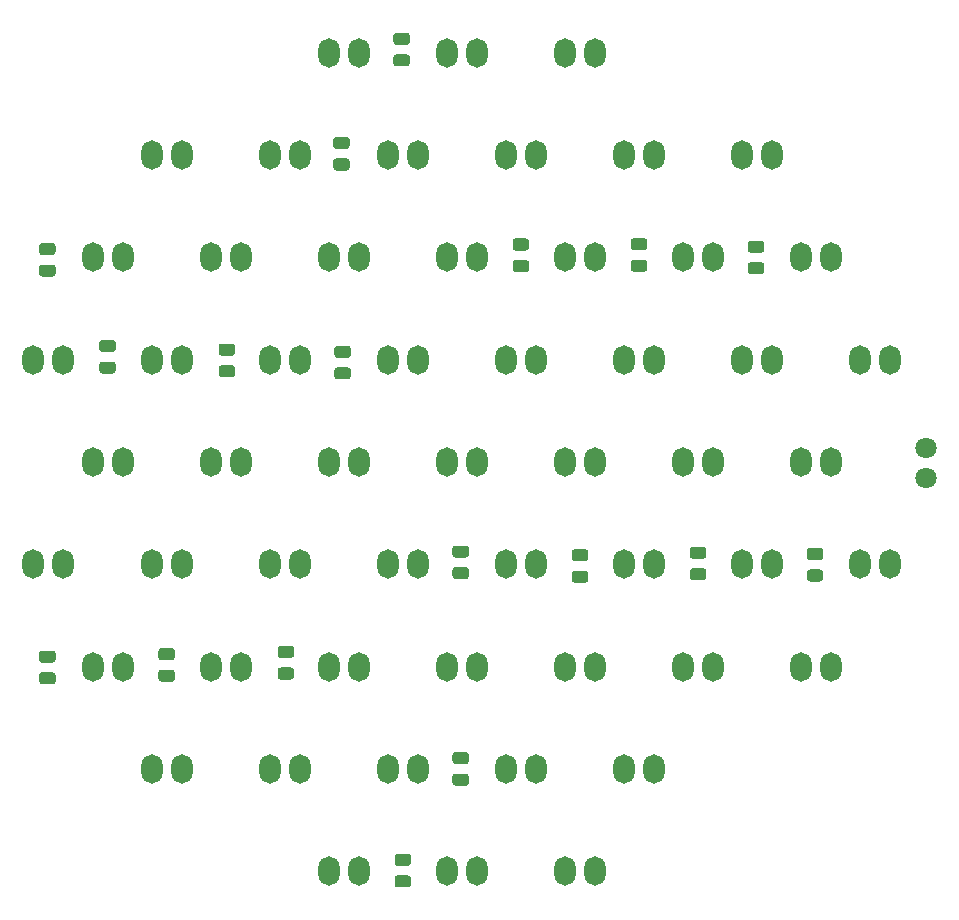
<source format=gbs>
G04 #@! TF.GenerationSoftware,KiCad,Pcbnew,(5.1.9)-1*
G04 #@! TF.CreationDate,2021-10-19T01:50:32-03:00*
G04 #@! TF.ProjectId,Blue_LED,426c7565-5f4c-4454-942e-6b696361645f,rev?*
G04 #@! TF.SameCoordinates,Original*
G04 #@! TF.FileFunction,Soldermask,Bot*
G04 #@! TF.FilePolarity,Negative*
%FSLAX46Y46*%
G04 Gerber Fmt 4.6, Leading zero omitted, Abs format (unit mm)*
G04 Created by KiCad (PCBNEW (5.1.9)-1) date 2021-10-19 01:50:32*
%MOMM*%
%LPD*%
G01*
G04 APERTURE LIST*
%ADD10C,1.800000*%
%ADD11O,1.800000X2.500000*%
G04 APERTURE END LIST*
D10*
X189300000Y-98850000D03*
X189300000Y-101350000D03*
G36*
G01*
X180350001Y-108300000D02*
X179449999Y-108300000D01*
G75*
G02*
X179200000Y-108050001I0J249999D01*
G01*
X179200000Y-107524999D01*
G75*
G02*
X179449999Y-107275000I249999J0D01*
G01*
X180350001Y-107275000D01*
G75*
G02*
X180600000Y-107524999I0J-249999D01*
G01*
X180600000Y-108050001D01*
G75*
G02*
X180350001Y-108300000I-249999J0D01*
G01*
G37*
G36*
G01*
X180350001Y-110125000D02*
X179449999Y-110125000D01*
G75*
G02*
X179200000Y-109875001I0J249999D01*
G01*
X179200000Y-109349999D01*
G75*
G02*
X179449999Y-109100000I249999J0D01*
G01*
X180350001Y-109100000D01*
G75*
G02*
X180600000Y-109349999I0J-249999D01*
G01*
X180600000Y-109875001D01*
G75*
G02*
X180350001Y-110125000I-249999J0D01*
G01*
G37*
G36*
G01*
X145450001Y-134200000D02*
X144549999Y-134200000D01*
G75*
G02*
X144300000Y-133950001I0J249999D01*
G01*
X144300000Y-133424999D01*
G75*
G02*
X144549999Y-133175000I249999J0D01*
G01*
X145450001Y-133175000D01*
G75*
G02*
X145700000Y-133424999I0J-249999D01*
G01*
X145700000Y-133950001D01*
G75*
G02*
X145450001Y-134200000I-249999J0D01*
G01*
G37*
G36*
G01*
X145450001Y-136025000D02*
X144549999Y-136025000D01*
G75*
G02*
X144300000Y-135775001I0J249999D01*
G01*
X144300000Y-135249999D01*
G75*
G02*
X144549999Y-135000000I249999J0D01*
G01*
X145450001Y-135000000D01*
G75*
G02*
X145700000Y-135249999I0J-249999D01*
G01*
X145700000Y-135775001D01*
G75*
G02*
X145450001Y-136025000I-249999J0D01*
G01*
G37*
G36*
G01*
X115350001Y-117000000D02*
X114449999Y-117000000D01*
G75*
G02*
X114200000Y-116750001I0J249999D01*
G01*
X114200000Y-116224999D01*
G75*
G02*
X114449999Y-115975000I249999J0D01*
G01*
X115350001Y-115975000D01*
G75*
G02*
X115600000Y-116224999I0J-249999D01*
G01*
X115600000Y-116750001D01*
G75*
G02*
X115350001Y-117000000I-249999J0D01*
G01*
G37*
G36*
G01*
X115350001Y-118825000D02*
X114449999Y-118825000D01*
G75*
G02*
X114200000Y-118575001I0J249999D01*
G01*
X114200000Y-118049999D01*
G75*
G02*
X114449999Y-117800000I249999J0D01*
G01*
X115350001Y-117800000D01*
G75*
G02*
X115600000Y-118049999I0J-249999D01*
G01*
X115600000Y-118575001D01*
G75*
G02*
X115350001Y-118825000I-249999J0D01*
G01*
G37*
G36*
G01*
X115350001Y-82487500D02*
X114449999Y-82487500D01*
G75*
G02*
X114200000Y-82237501I0J249999D01*
G01*
X114200000Y-81712499D01*
G75*
G02*
X114449999Y-81462500I249999J0D01*
G01*
X115350001Y-81462500D01*
G75*
G02*
X115600000Y-81712499I0J-249999D01*
G01*
X115600000Y-82237501D01*
G75*
G02*
X115350001Y-82487500I-249999J0D01*
G01*
G37*
G36*
G01*
X115350001Y-84312500D02*
X114449999Y-84312500D01*
G75*
G02*
X114200000Y-84062501I0J249999D01*
G01*
X114200000Y-83537499D01*
G75*
G02*
X114449999Y-83287500I249999J0D01*
G01*
X115350001Y-83287500D01*
G75*
G02*
X115600000Y-83537499I0J-249999D01*
G01*
X115600000Y-84062501D01*
G75*
G02*
X115350001Y-84312500I-249999J0D01*
G01*
G37*
G36*
G01*
X145350001Y-64687500D02*
X144449999Y-64687500D01*
G75*
G02*
X144200000Y-64437501I0J249999D01*
G01*
X144200000Y-63912499D01*
G75*
G02*
X144449999Y-63662500I249999J0D01*
G01*
X145350001Y-63662500D01*
G75*
G02*
X145600000Y-63912499I0J-249999D01*
G01*
X145600000Y-64437501D01*
G75*
G02*
X145350001Y-64687500I-249999J0D01*
G01*
G37*
G36*
G01*
X145350001Y-66512500D02*
X144449999Y-66512500D01*
G75*
G02*
X144200000Y-66262501I0J249999D01*
G01*
X144200000Y-65737499D01*
G75*
G02*
X144449999Y-65487500I249999J0D01*
G01*
X145350001Y-65487500D01*
G75*
G02*
X145600000Y-65737499I0J-249999D01*
G01*
X145600000Y-66262501D01*
G75*
G02*
X145350001Y-66512500I-249999J0D01*
G01*
G37*
G36*
G01*
X175350001Y-82287500D02*
X174449999Y-82287500D01*
G75*
G02*
X174200000Y-82037501I0J249999D01*
G01*
X174200000Y-81512499D01*
G75*
G02*
X174449999Y-81262500I249999J0D01*
G01*
X175350001Y-81262500D01*
G75*
G02*
X175600000Y-81512499I0J-249999D01*
G01*
X175600000Y-82037501D01*
G75*
G02*
X175350001Y-82287500I-249999J0D01*
G01*
G37*
G36*
G01*
X175350001Y-84112500D02*
X174449999Y-84112500D01*
G75*
G02*
X174200000Y-83862501I0J249999D01*
G01*
X174200000Y-83337499D01*
G75*
G02*
X174449999Y-83087500I249999J0D01*
G01*
X175350001Y-83087500D01*
G75*
G02*
X175600000Y-83337499I0J-249999D01*
G01*
X175600000Y-83862501D01*
G75*
G02*
X175350001Y-84112500I-249999J0D01*
G01*
G37*
G36*
G01*
X170450001Y-108200000D02*
X169549999Y-108200000D01*
G75*
G02*
X169300000Y-107950001I0J249999D01*
G01*
X169300000Y-107424999D01*
G75*
G02*
X169549999Y-107175000I249999J0D01*
G01*
X170450001Y-107175000D01*
G75*
G02*
X170700000Y-107424999I0J-249999D01*
G01*
X170700000Y-107950001D01*
G75*
G02*
X170450001Y-108200000I-249999J0D01*
G01*
G37*
G36*
G01*
X170450001Y-110025000D02*
X169549999Y-110025000D01*
G75*
G02*
X169300000Y-109775001I0J249999D01*
G01*
X169300000Y-109249999D01*
G75*
G02*
X169549999Y-109000000I249999J0D01*
G01*
X170450001Y-109000000D01*
G75*
G02*
X170700000Y-109249999I0J-249999D01*
G01*
X170700000Y-109775001D01*
G75*
G02*
X170450001Y-110025000I-249999J0D01*
G01*
G37*
G36*
G01*
X150350001Y-125587500D02*
X149449999Y-125587500D01*
G75*
G02*
X149200000Y-125337501I0J249999D01*
G01*
X149200000Y-124812499D01*
G75*
G02*
X149449999Y-124562500I249999J0D01*
G01*
X150350001Y-124562500D01*
G75*
G02*
X150600000Y-124812499I0J-249999D01*
G01*
X150600000Y-125337501D01*
G75*
G02*
X150350001Y-125587500I-249999J0D01*
G01*
G37*
G36*
G01*
X150350001Y-127412500D02*
X149449999Y-127412500D01*
G75*
G02*
X149200000Y-127162501I0J249999D01*
G01*
X149200000Y-126637499D01*
G75*
G02*
X149449999Y-126387500I249999J0D01*
G01*
X150350001Y-126387500D01*
G75*
G02*
X150600000Y-126637499I0J-249999D01*
G01*
X150600000Y-127162501D01*
G75*
G02*
X150350001Y-127412500I-249999J0D01*
G01*
G37*
G36*
G01*
X125450001Y-116787500D02*
X124549999Y-116787500D01*
G75*
G02*
X124300000Y-116537501I0J249999D01*
G01*
X124300000Y-116012499D01*
G75*
G02*
X124549999Y-115762500I249999J0D01*
G01*
X125450001Y-115762500D01*
G75*
G02*
X125700000Y-116012499I0J-249999D01*
G01*
X125700000Y-116537501D01*
G75*
G02*
X125450001Y-116787500I-249999J0D01*
G01*
G37*
G36*
G01*
X125450001Y-118612500D02*
X124549999Y-118612500D01*
G75*
G02*
X124300000Y-118362501I0J249999D01*
G01*
X124300000Y-117837499D01*
G75*
G02*
X124549999Y-117587500I249999J0D01*
G01*
X125450001Y-117587500D01*
G75*
G02*
X125700000Y-117837499I0J-249999D01*
G01*
X125700000Y-118362501D01*
G75*
G02*
X125450001Y-118612500I-249999J0D01*
G01*
G37*
G36*
G01*
X120450001Y-90700000D02*
X119549999Y-90700000D01*
G75*
G02*
X119300000Y-90450001I0J249999D01*
G01*
X119300000Y-89924999D01*
G75*
G02*
X119549999Y-89675000I249999J0D01*
G01*
X120450001Y-89675000D01*
G75*
G02*
X120700000Y-89924999I0J-249999D01*
G01*
X120700000Y-90450001D01*
G75*
G02*
X120450001Y-90700000I-249999J0D01*
G01*
G37*
G36*
G01*
X120450001Y-92525000D02*
X119549999Y-92525000D01*
G75*
G02*
X119300000Y-92275001I0J249999D01*
G01*
X119300000Y-91749999D01*
G75*
G02*
X119549999Y-91500000I249999J0D01*
G01*
X120450001Y-91500000D01*
G75*
G02*
X120700000Y-91749999I0J-249999D01*
G01*
X120700000Y-92275001D01*
G75*
G02*
X120450001Y-92525000I-249999J0D01*
G01*
G37*
G36*
G01*
X139349999Y-74300000D02*
X140250001Y-74300000D01*
G75*
G02*
X140500000Y-74549999I0J-249999D01*
G01*
X140500000Y-75075001D01*
G75*
G02*
X140250001Y-75325000I-249999J0D01*
G01*
X139349999Y-75325000D01*
G75*
G02*
X139100000Y-75075001I0J249999D01*
G01*
X139100000Y-74549999D01*
G75*
G02*
X139349999Y-74300000I249999J0D01*
G01*
G37*
G36*
G01*
X139349999Y-72475000D02*
X140250001Y-72475000D01*
G75*
G02*
X140500000Y-72724999I0J-249999D01*
G01*
X140500000Y-73250001D01*
G75*
G02*
X140250001Y-73500000I-249999J0D01*
G01*
X139349999Y-73500000D01*
G75*
G02*
X139100000Y-73250001I0J249999D01*
G01*
X139100000Y-72724999D01*
G75*
G02*
X139349999Y-72475000I249999J0D01*
G01*
G37*
G36*
G01*
X165450001Y-82087500D02*
X164549999Y-82087500D01*
G75*
G02*
X164300000Y-81837501I0J249999D01*
G01*
X164300000Y-81312499D01*
G75*
G02*
X164549999Y-81062500I249999J0D01*
G01*
X165450001Y-81062500D01*
G75*
G02*
X165700000Y-81312499I0J-249999D01*
G01*
X165700000Y-81837501D01*
G75*
G02*
X165450001Y-82087500I-249999J0D01*
G01*
G37*
G36*
G01*
X165450001Y-83912500D02*
X164549999Y-83912500D01*
G75*
G02*
X164300000Y-83662501I0J249999D01*
G01*
X164300000Y-83137499D01*
G75*
G02*
X164549999Y-82887500I249999J0D01*
G01*
X165450001Y-82887500D01*
G75*
G02*
X165700000Y-83137499I0J-249999D01*
G01*
X165700000Y-83662501D01*
G75*
G02*
X165450001Y-83912500I-249999J0D01*
G01*
G37*
G36*
G01*
X160450001Y-108400000D02*
X159549999Y-108400000D01*
G75*
G02*
X159300000Y-108150001I0J249999D01*
G01*
X159300000Y-107624999D01*
G75*
G02*
X159549999Y-107375000I249999J0D01*
G01*
X160450001Y-107375000D01*
G75*
G02*
X160700000Y-107624999I0J-249999D01*
G01*
X160700000Y-108150001D01*
G75*
G02*
X160450001Y-108400000I-249999J0D01*
G01*
G37*
G36*
G01*
X160450001Y-110225000D02*
X159549999Y-110225000D01*
G75*
G02*
X159300000Y-109975001I0J249999D01*
G01*
X159300000Y-109449999D01*
G75*
G02*
X159549999Y-109200000I249999J0D01*
G01*
X160450001Y-109200000D01*
G75*
G02*
X160700000Y-109449999I0J-249999D01*
G01*
X160700000Y-109975001D01*
G75*
G02*
X160450001Y-110225000I-249999J0D01*
G01*
G37*
G36*
G01*
X135550001Y-116600000D02*
X134649999Y-116600000D01*
G75*
G02*
X134400000Y-116350001I0J249999D01*
G01*
X134400000Y-115824999D01*
G75*
G02*
X134649999Y-115575000I249999J0D01*
G01*
X135550001Y-115575000D01*
G75*
G02*
X135800000Y-115824999I0J-249999D01*
G01*
X135800000Y-116350001D01*
G75*
G02*
X135550001Y-116600000I-249999J0D01*
G01*
G37*
G36*
G01*
X135550001Y-118425000D02*
X134649999Y-118425000D01*
G75*
G02*
X134400000Y-118175001I0J249999D01*
G01*
X134400000Y-117649999D01*
G75*
G02*
X134649999Y-117400000I249999J0D01*
G01*
X135550001Y-117400000D01*
G75*
G02*
X135800000Y-117649999I0J-249999D01*
G01*
X135800000Y-118175001D01*
G75*
G02*
X135550001Y-118425000I-249999J0D01*
G01*
G37*
G36*
G01*
X130550001Y-91000000D02*
X129649999Y-91000000D01*
G75*
G02*
X129400000Y-90750001I0J249999D01*
G01*
X129400000Y-90224999D01*
G75*
G02*
X129649999Y-89975000I249999J0D01*
G01*
X130550001Y-89975000D01*
G75*
G02*
X130800000Y-90224999I0J-249999D01*
G01*
X130800000Y-90750001D01*
G75*
G02*
X130550001Y-91000000I-249999J0D01*
G01*
G37*
G36*
G01*
X130550001Y-92825000D02*
X129649999Y-92825000D01*
G75*
G02*
X129400000Y-92575001I0J249999D01*
G01*
X129400000Y-92049999D01*
G75*
G02*
X129649999Y-91800000I249999J0D01*
G01*
X130550001Y-91800000D01*
G75*
G02*
X130800000Y-92049999I0J-249999D01*
G01*
X130800000Y-92575001D01*
G75*
G02*
X130550001Y-92825000I-249999J0D01*
G01*
G37*
G36*
G01*
X155450001Y-82100000D02*
X154549999Y-82100000D01*
G75*
G02*
X154300000Y-81850001I0J249999D01*
G01*
X154300000Y-81324999D01*
G75*
G02*
X154549999Y-81075000I249999J0D01*
G01*
X155450001Y-81075000D01*
G75*
G02*
X155700000Y-81324999I0J-249999D01*
G01*
X155700000Y-81850001D01*
G75*
G02*
X155450001Y-82100000I-249999J0D01*
G01*
G37*
G36*
G01*
X155450001Y-83925000D02*
X154549999Y-83925000D01*
G75*
G02*
X154300000Y-83675001I0J249999D01*
G01*
X154300000Y-83149999D01*
G75*
G02*
X154549999Y-82900000I249999J0D01*
G01*
X155450001Y-82900000D01*
G75*
G02*
X155700000Y-83149999I0J-249999D01*
G01*
X155700000Y-83675001D01*
G75*
G02*
X155450001Y-83925000I-249999J0D01*
G01*
G37*
G36*
G01*
X150350001Y-108100000D02*
X149449999Y-108100000D01*
G75*
G02*
X149200000Y-107850001I0J249999D01*
G01*
X149200000Y-107324999D01*
G75*
G02*
X149449999Y-107075000I249999J0D01*
G01*
X150350001Y-107075000D01*
G75*
G02*
X150600000Y-107324999I0J-249999D01*
G01*
X150600000Y-107850001D01*
G75*
G02*
X150350001Y-108100000I-249999J0D01*
G01*
G37*
G36*
G01*
X150350001Y-109925000D02*
X149449999Y-109925000D01*
G75*
G02*
X149200000Y-109675001I0J249999D01*
G01*
X149200000Y-109149999D01*
G75*
G02*
X149449999Y-108900000I249999J0D01*
G01*
X150350001Y-108900000D01*
G75*
G02*
X150600000Y-109149999I0J-249999D01*
G01*
X150600000Y-109675001D01*
G75*
G02*
X150350001Y-109925000I-249999J0D01*
G01*
G37*
G36*
G01*
X140350001Y-91187500D02*
X139449999Y-91187500D01*
G75*
G02*
X139200000Y-90937501I0J249999D01*
G01*
X139200000Y-90412499D01*
G75*
G02*
X139449999Y-90162500I249999J0D01*
G01*
X140350001Y-90162500D01*
G75*
G02*
X140600000Y-90412499I0J-249999D01*
G01*
X140600000Y-90937501D01*
G75*
G02*
X140350001Y-91187500I-249999J0D01*
G01*
G37*
G36*
G01*
X140350001Y-93012500D02*
X139449999Y-93012500D01*
G75*
G02*
X139200000Y-92762501I0J249999D01*
G01*
X139200000Y-92237499D01*
G75*
G02*
X139449999Y-91987500I249999J0D01*
G01*
X140350001Y-91987500D01*
G75*
G02*
X140600000Y-92237499I0J-249999D01*
G01*
X140600000Y-92762501D01*
G75*
G02*
X140350001Y-93012500I-249999J0D01*
G01*
G37*
D11*
X186270000Y-108660000D03*
X183730000Y-108660000D03*
X181270000Y-117320000D03*
X178730000Y-117320000D03*
X161270000Y-134640000D03*
X158730000Y-134640000D03*
X151270000Y-134640000D03*
X148730000Y-134640000D03*
X141270000Y-134640000D03*
X138730000Y-134640000D03*
X126270000Y-125980000D03*
X123730000Y-125980000D03*
X121270000Y-117320000D03*
X118730000Y-117320000D03*
X116270000Y-108660000D03*
X113730000Y-108660000D03*
X116270000Y-91340000D03*
X113730000Y-91340000D03*
X121270000Y-82680000D03*
X118730000Y-82680000D03*
X126270000Y-74020000D03*
X123730000Y-74020000D03*
X141270000Y-65360000D03*
X138730000Y-65360000D03*
X151270000Y-65360000D03*
X148730000Y-65360000D03*
X161270000Y-65360000D03*
X158730000Y-65360000D03*
X176270000Y-74020000D03*
X173730000Y-74020000D03*
X181270000Y-82680000D03*
X178730000Y-82680000D03*
X186270000Y-91340000D03*
X183730000Y-91340000D03*
X181270000Y-100000000D03*
X178730000Y-100000000D03*
X176270000Y-108660000D03*
X173730000Y-108660000D03*
X171270000Y-117320000D03*
X168730000Y-117320000D03*
X166270000Y-125980000D03*
X163730000Y-125980000D03*
X156270000Y-125980000D03*
X153730000Y-125980000D03*
X146270000Y-125980000D03*
X143730000Y-125980000D03*
X136270000Y-125980000D03*
X133730000Y-125980000D03*
X131270000Y-117320000D03*
X128730000Y-117320000D03*
X126270000Y-108660000D03*
X123730000Y-108660000D03*
X121270000Y-100000000D03*
X118730000Y-100000000D03*
X126270000Y-91340000D03*
X123730000Y-91340000D03*
X131270000Y-82680000D03*
X128730000Y-82680000D03*
X136270000Y-74020000D03*
X133730000Y-74020000D03*
X146270000Y-74020000D03*
X143730000Y-74020000D03*
X156270000Y-74020000D03*
X153730000Y-74020000D03*
X166270000Y-74020000D03*
X163730000Y-74020000D03*
X171270000Y-82680000D03*
X168730000Y-82680000D03*
X176270000Y-91340000D03*
X173730000Y-91340000D03*
X171270000Y-100000000D03*
X168730000Y-100000000D03*
X166270000Y-108660000D03*
X163730000Y-108660000D03*
X161270000Y-117320000D03*
X158730000Y-117320000D03*
X151270000Y-117320000D03*
X148730000Y-117320000D03*
X141270000Y-117320000D03*
X138730000Y-117320000D03*
X136270000Y-108660000D03*
X133730000Y-108660000D03*
X131270000Y-100000000D03*
X128730000Y-100000000D03*
X136270000Y-91340000D03*
X133730000Y-91340000D03*
X141270000Y-82680000D03*
X138730000Y-82680000D03*
X151270000Y-82680000D03*
X148730000Y-82680000D03*
X161270000Y-82680000D03*
X158730000Y-82680000D03*
X166270000Y-91340000D03*
X163730000Y-91340000D03*
X161270000Y-100000000D03*
X158730000Y-100000000D03*
X156270000Y-108660000D03*
X153730000Y-108660000D03*
X146270000Y-108660000D03*
X143730000Y-108660000D03*
X141270000Y-100000000D03*
X138730000Y-100000000D03*
X146270000Y-91340000D03*
X143730000Y-91340000D03*
X156270000Y-91340000D03*
X153730000Y-91340000D03*
X151270000Y-100000000D03*
X148730000Y-100000000D03*
M02*

</source>
